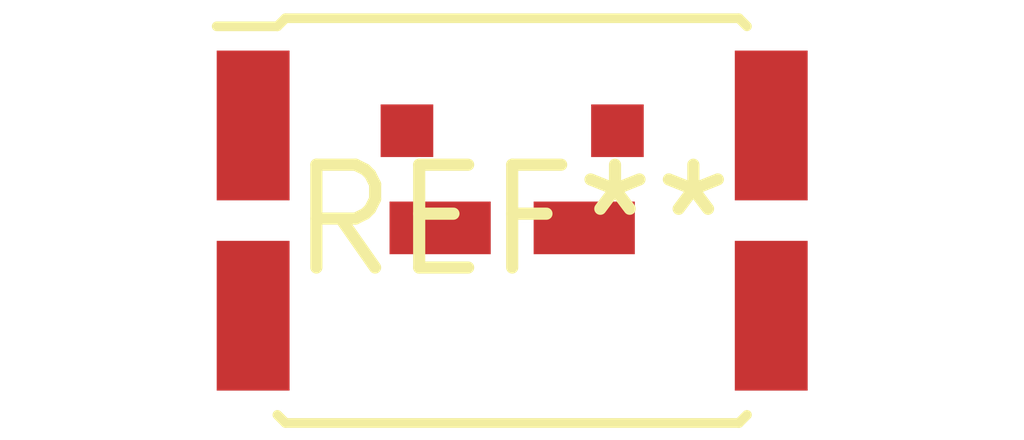
<source format=kicad_pcb>
(kicad_pcb (version 20240108) (generator pcbnew)
  (layers (0 "F.Cu" signal) (31 "B.Cu" signal) (34 "B.Paste" user) (35 "F.Paste" user) (36 "B.SilkS" user "B.Silkscreen") (37 "F.SilkS" user "F.Silkscreen") (38 "B.Mask" user) (39 "F.Mask" user) (44 "Edge.Cuts" user))
  (net 0 "")
  (footprint "DirectFET_MB" (layer "F.Cu") (at 0 0)
    (property "Reference" "REF**")
    (property "Value" "DirectFET_MB")
    (fp_line (start -3.65 -2.4) (end -2.9 -2.4) (layer "F.SilkS") (stroke (width 0.12)))
    (fp_line (start -2.9 -2.4) (end -2.8 -2.5) (layer "F.SilkS") (stroke (width 0.12)))
    (fp_line (start -2.8 -2.5) (end 2.8 -2.5) (layer "F.SilkS") (stroke (width 0.12)))
    (fp_line (start -2.8 2.5) (end -2.9 2.4) (layer "F.SilkS") (stroke (width 0.12)))
    (fp_line (start 2.8 -2.5) (end 2.9 -2.4) (layer "F.SilkS") (stroke (width 0.12)))
    (fp_line (start 2.8 2.5) (end -2.8 2.5) (layer "F.SilkS") (stroke (width 0.12)))
    (fp_line (start 2.9 2.4) (end 2.8 2.5) (layer "F.SilkS") (stroke (width 0.12)))
    (pad "1" smd rect (at -3.2 -1.175) (size 0.9 1.85) (layers "F.Cu" "F.Paste" "F.Mask"))
    (pad "1" smd rect (at -3.2 1.175) (size 0.9 1.85) (layers "F.Cu" "F.Paste" "F.Mask"))
    (pad "1" smd rect (at 3.2 -1.175) (size 0.9 1.85) (layers "F.Cu" "F.Paste" "F.Mask"))
    (pad "1" smd rect (at 3.2 1.175) (size 0.9 1.85) (layers "F.Cu" "F.Paste" "F.Mask"))
    (pad "2" smd rect (at -1.3 -1.11) (size 0.65 0.65) (layers "F.Cu" "F.Paste" "F.Mask"))
    (pad "2" smd rect (at 1.3 -1.11) (size 0.65 0.65) (layers "F.Cu" "F.Paste" "F.Mask"))
    (pad "3" smd rect (at -0.89 0.09) (size 1.25 0.65) (layers "F.Cu" "F.Paste" "F.Mask"))
    (pad "3" smd rect (at 0.89 0.09) (size 1.25 0.65) (layers "F.Cu" "F.Paste" "F.Mask"))
  )
)
</source>
